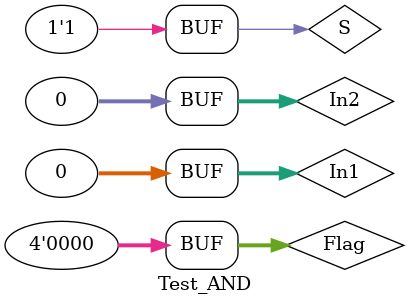
<source format=v>
module Test_AND;	//[N, Z, C, V}]
reg [31:0] In1, In2;
reg S;
reg [3:0] Flag;
wire [31:0] Result;
wire [3:0] New_Flag;

initial
begin

In1=2; In2=3; Flag=4'b0000; 
#10 In1=1; In2=-3; S=1; 
#10 In1=-6; In2=-2; S=0;
#10 In1=32'b11111111111111111111111111111111; In2=9; S=1;
#10 In1=10; In2=10; S=1;
#10 In1=0; In2=0; S=1;
end
initial
begin
$monitor($time, " In1.=%d, In2.=%d, Result=%d, Flag=%b", In1, In2, Result, New_Flag);
end
AND And(In1, In2, Result,Flag,S,New_Flag);

endmodule



//ADD add(In1, In2, Result,Flag,S,New_Flag);
</source>
